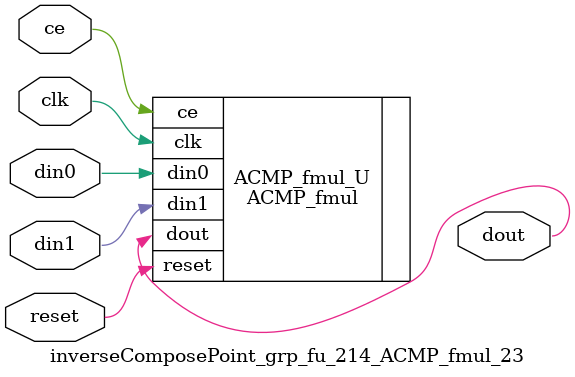
<source format=v>

`timescale 1 ns / 1 ps
module inverseComposePoint_grp_fu_214_ACMP_fmul_23(
    clk,
    reset,
    ce,
    din0,
    din1,
    dout);

parameter ID = 32'd1;
parameter NUM_STAGE = 32'd1;
parameter din0_WIDTH = 32'd1;
parameter din1_WIDTH = 32'd1;
parameter dout_WIDTH = 32'd1;
input clk;
input reset;
input ce;
input[din0_WIDTH - 1:0] din0;
input[din1_WIDTH - 1:0] din1;
output[dout_WIDTH - 1:0] dout;



ACMP_fmul #(
.ID( ID ),
.NUM_STAGE( 4 ),
.din0_WIDTH( din0_WIDTH ),
.din1_WIDTH( din1_WIDTH ),
.dout_WIDTH( dout_WIDTH ))
ACMP_fmul_U(
    .clk( clk ),
    .reset( reset ),
    .ce( ce ),
    .din0( din0 ),
    .din1( din1 ),
    .dout( dout ));

endmodule

</source>
